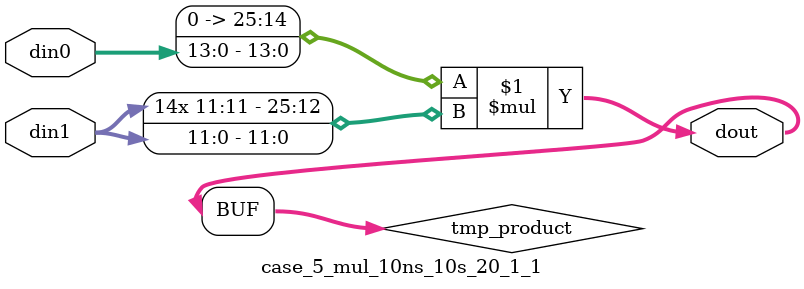
<source format=v>

`timescale 1 ns / 1 ps

 (* use_dsp = "no" *)  module case_5_mul_10ns_10s_20_1_1(din0, din1, dout);
parameter ID = 1;
parameter NUM_STAGE = 0;
parameter din0_WIDTH = 14;
parameter din1_WIDTH = 12;
parameter dout_WIDTH = 26;

input [din0_WIDTH - 1 : 0] din0; 
input [din1_WIDTH - 1 : 0] din1; 
output [dout_WIDTH - 1 : 0] dout;

wire signed [dout_WIDTH - 1 : 0] tmp_product;

























assign tmp_product = $signed({1'b0, din0}) * $signed(din1);










assign dout = tmp_product;





















endmodule

</source>
